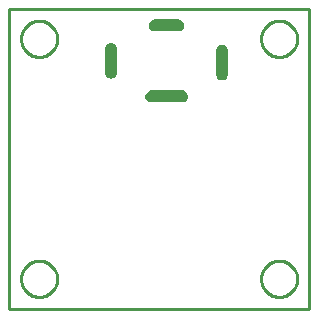
<source format=gko>
G04 EAGLE Gerber RS-274X export*
G75*
%MOMM*%
%FSLAX34Y34*%
%LPD*%
%IN*%
%IPPOS*%
%AMOC8*
5,1,8,0,0,1.08239X$1,22.5*%
G01*
%ADD10C,0.203200*%
%ADD11C,0.000000*%
%ADD12C,0.254000*%

G36*
X146353Y174983D02*
X146353Y174983D01*
X146356Y174981D01*
X147468Y175106D01*
X147474Y175112D01*
X147479Y175109D01*
X148536Y175479D01*
X148540Y175486D01*
X148546Y175483D01*
X149494Y176079D01*
X149497Y176087D01*
X149502Y176086D01*
X150294Y176878D01*
X150295Y176886D01*
X150301Y176886D01*
X150897Y177834D01*
X150896Y177843D01*
X150901Y177844D01*
X151271Y178901D01*
X151270Y178905D01*
X151272Y178907D01*
X151270Y178910D01*
X151274Y178912D01*
X151399Y180025D01*
X151395Y180032D01*
X151399Y180036D01*
X151274Y181148D01*
X151268Y181154D01*
X151271Y181159D01*
X150901Y182216D01*
X150895Y182220D01*
X150897Y182226D01*
X150301Y183174D01*
X150293Y183177D01*
X150294Y183182D01*
X149502Y183974D01*
X149494Y183975D01*
X149494Y183981D01*
X148546Y184577D01*
X148537Y184576D01*
X148536Y184581D01*
X147479Y184951D01*
X147471Y184949D01*
X147468Y184954D01*
X146356Y185079D01*
X146352Y185077D01*
X146350Y185079D01*
X120350Y185079D01*
X120347Y185077D01*
X120346Y185077D01*
X120345Y185079D01*
X119232Y184954D01*
X119226Y184948D01*
X119221Y184951D01*
X118164Y184581D01*
X118160Y184575D01*
X118154Y184577D01*
X117206Y183981D01*
X117203Y183973D01*
X117198Y183974D01*
X116406Y183182D01*
X116405Y183174D01*
X116399Y183174D01*
X115803Y182226D01*
X115804Y182217D01*
X115799Y182216D01*
X115429Y181159D01*
X115431Y181153D01*
X115427Y181150D01*
X115428Y181149D01*
X115426Y181148D01*
X115301Y180036D01*
X115305Y180028D01*
X115301Y180025D01*
X115426Y178912D01*
X115432Y178906D01*
X115429Y178901D01*
X115799Y177844D01*
X115806Y177840D01*
X115803Y177834D01*
X116399Y176886D01*
X116407Y176883D01*
X116406Y176878D01*
X117198Y176086D01*
X117206Y176085D01*
X117206Y176079D01*
X118154Y175483D01*
X118163Y175484D01*
X118164Y175479D01*
X119221Y175109D01*
X119229Y175111D01*
X119232Y175106D01*
X120345Y174981D01*
X120348Y174983D01*
X120350Y174981D01*
X146350Y174981D01*
X146353Y174983D01*
G37*
G36*
X143353Y234983D02*
X143353Y234983D01*
X143356Y234981D01*
X144468Y235106D01*
X144474Y235112D01*
X144479Y235109D01*
X145536Y235479D01*
X145540Y235486D01*
X145546Y235483D01*
X146494Y236079D01*
X146497Y236087D01*
X146502Y236086D01*
X147294Y236878D01*
X147295Y236886D01*
X147301Y236886D01*
X147897Y237834D01*
X147896Y237843D01*
X147901Y237844D01*
X148271Y238901D01*
X148270Y238905D01*
X148272Y238907D01*
X148270Y238910D01*
X148274Y238912D01*
X148399Y240025D01*
X148395Y240032D01*
X148399Y240036D01*
X148274Y241148D01*
X148268Y241154D01*
X148271Y241159D01*
X147901Y242216D01*
X147895Y242220D01*
X147897Y242226D01*
X147301Y243174D01*
X147293Y243177D01*
X147294Y243182D01*
X146502Y243974D01*
X146494Y243975D01*
X146494Y243981D01*
X145546Y244577D01*
X145537Y244576D01*
X145536Y244581D01*
X144479Y244951D01*
X144471Y244949D01*
X144468Y244954D01*
X143356Y245079D01*
X143352Y245077D01*
X143350Y245079D01*
X123350Y245079D01*
X123347Y245077D01*
X123346Y245077D01*
X123345Y245079D01*
X122232Y244954D01*
X122226Y244948D01*
X122221Y244951D01*
X121164Y244581D01*
X121160Y244575D01*
X121154Y244577D01*
X120206Y243981D01*
X120203Y243973D01*
X120198Y243974D01*
X119406Y243182D01*
X119405Y243174D01*
X119399Y243174D01*
X118803Y242226D01*
X118804Y242217D01*
X118799Y242216D01*
X118429Y241159D01*
X118431Y241153D01*
X118427Y241150D01*
X118428Y241149D01*
X118426Y241148D01*
X118301Y240036D01*
X118305Y240028D01*
X118301Y240025D01*
X118426Y238912D01*
X118432Y238906D01*
X118429Y238901D01*
X118799Y237844D01*
X118806Y237840D01*
X118803Y237834D01*
X119399Y236886D01*
X119407Y236883D01*
X119406Y236878D01*
X120198Y236086D01*
X120206Y236085D01*
X120206Y236079D01*
X121154Y235483D01*
X121163Y235484D01*
X121164Y235479D01*
X122221Y235109D01*
X122229Y235111D01*
X122232Y235106D01*
X123345Y234981D01*
X123348Y234983D01*
X123350Y234981D01*
X143350Y234981D01*
X143353Y234983D01*
G37*
G36*
X87468Y195106D02*
X87468Y195106D01*
X87474Y195112D01*
X87479Y195109D01*
X88536Y195479D01*
X88540Y195486D01*
X88546Y195483D01*
X89494Y196079D01*
X89497Y196087D01*
X89502Y196086D01*
X90294Y196878D01*
X90295Y196886D01*
X90301Y196886D01*
X90897Y197834D01*
X90896Y197843D01*
X90901Y197844D01*
X91271Y198901D01*
X91270Y198905D01*
X91272Y198907D01*
X91270Y198910D01*
X91274Y198912D01*
X91399Y200025D01*
X91397Y200028D01*
X91399Y200030D01*
X91399Y220030D01*
X91397Y220033D01*
X91399Y220036D01*
X91274Y221148D01*
X91268Y221154D01*
X91271Y221159D01*
X90901Y222216D01*
X90895Y222220D01*
X90897Y222226D01*
X90301Y223174D01*
X90293Y223177D01*
X90294Y223182D01*
X89502Y223974D01*
X89494Y223975D01*
X89494Y223981D01*
X88546Y224577D01*
X88537Y224576D01*
X88536Y224581D01*
X87479Y224951D01*
X87471Y224949D01*
X87468Y224954D01*
X86356Y225079D01*
X86348Y225075D01*
X86345Y225079D01*
X85232Y224954D01*
X85226Y224948D01*
X85221Y224951D01*
X84164Y224581D01*
X84160Y224575D01*
X84154Y224577D01*
X83206Y223981D01*
X83203Y223973D01*
X83198Y223974D01*
X82406Y223182D01*
X82405Y223174D01*
X82399Y223174D01*
X81803Y222226D01*
X81804Y222217D01*
X81799Y222216D01*
X81429Y221159D01*
X81431Y221151D01*
X81426Y221148D01*
X81301Y220036D01*
X81303Y220032D01*
X81301Y220030D01*
X81301Y200030D01*
X81303Y200027D01*
X81301Y200025D01*
X81426Y198912D01*
X81432Y198906D01*
X81429Y198901D01*
X81799Y197844D01*
X81806Y197840D01*
X81803Y197834D01*
X82399Y196886D01*
X82407Y196883D01*
X82406Y196878D01*
X83198Y196086D01*
X83206Y196085D01*
X83206Y196079D01*
X84154Y195483D01*
X84163Y195484D01*
X84164Y195479D01*
X85221Y195109D01*
X85229Y195111D01*
X85232Y195106D01*
X86345Y194981D01*
X86352Y194985D01*
X86356Y194981D01*
X87468Y195106D01*
G37*
G36*
X181448Y193836D02*
X181448Y193836D01*
X181454Y193842D01*
X181459Y193839D01*
X182516Y194209D01*
X182520Y194216D01*
X182526Y194213D01*
X183474Y194809D01*
X183477Y194817D01*
X183482Y194816D01*
X184274Y195608D01*
X184275Y195616D01*
X184281Y195616D01*
X184877Y196564D01*
X184876Y196573D01*
X184881Y196574D01*
X185251Y197631D01*
X185250Y197635D01*
X185252Y197637D01*
X185250Y197640D01*
X185254Y197642D01*
X185379Y198755D01*
X185377Y198758D01*
X185379Y198760D01*
X185379Y218760D01*
X185377Y218763D01*
X185379Y218766D01*
X185254Y219878D01*
X185248Y219884D01*
X185251Y219889D01*
X184881Y220946D01*
X184875Y220950D01*
X184877Y220956D01*
X184281Y221904D01*
X184273Y221907D01*
X184274Y221912D01*
X183482Y222704D01*
X183474Y222705D01*
X183474Y222711D01*
X182526Y223307D01*
X182517Y223306D01*
X182516Y223311D01*
X181459Y223681D01*
X181451Y223679D01*
X181448Y223684D01*
X180336Y223809D01*
X180328Y223805D01*
X180325Y223809D01*
X179212Y223684D01*
X179206Y223678D01*
X179201Y223681D01*
X178144Y223311D01*
X178140Y223305D01*
X178134Y223307D01*
X177186Y222711D01*
X177183Y222703D01*
X177178Y222704D01*
X176386Y221912D01*
X176385Y221904D01*
X176379Y221904D01*
X175783Y220956D01*
X175784Y220947D01*
X175779Y220946D01*
X175409Y219889D01*
X175411Y219881D01*
X175406Y219878D01*
X175281Y218766D01*
X175283Y218762D01*
X175281Y218760D01*
X175281Y198760D01*
X175283Y198757D01*
X175281Y198755D01*
X175406Y197642D01*
X175412Y197636D01*
X175409Y197631D01*
X175779Y196574D01*
X175786Y196570D01*
X175783Y196564D01*
X176379Y195616D01*
X176387Y195613D01*
X176386Y195608D01*
X177178Y194816D01*
X177186Y194815D01*
X177186Y194809D01*
X178134Y194213D01*
X178143Y194214D01*
X178144Y194209D01*
X179201Y193839D01*
X179209Y193841D01*
X179212Y193836D01*
X180325Y193711D01*
X180332Y193715D01*
X180336Y193711D01*
X181448Y193836D01*
G37*
D10*
X0Y0D02*
X0Y254000D01*
X254000Y254000D01*
X254000Y0D01*
X0Y0D01*
D11*
X10160Y228600D02*
X10165Y228974D01*
X10178Y229348D01*
X10201Y229721D01*
X10233Y230094D01*
X10275Y230466D01*
X10325Y230836D01*
X10384Y231205D01*
X10453Y231573D01*
X10530Y231939D01*
X10617Y232303D01*
X10712Y232665D01*
X10816Y233024D01*
X10929Y233381D01*
X11051Y233734D01*
X11181Y234085D01*
X11320Y234432D01*
X11467Y234776D01*
X11623Y235116D01*
X11787Y235452D01*
X11960Y235784D01*
X12140Y236112D01*
X12328Y236435D01*
X12524Y236753D01*
X12728Y237067D01*
X12940Y237375D01*
X13159Y237678D01*
X13386Y237976D01*
X13619Y238268D01*
X13860Y238554D01*
X14108Y238835D01*
X14362Y239109D01*
X14624Y239376D01*
X14891Y239638D01*
X15165Y239892D01*
X15446Y240140D01*
X15732Y240381D01*
X16024Y240614D01*
X16322Y240841D01*
X16625Y241060D01*
X16933Y241272D01*
X17247Y241476D01*
X17565Y241672D01*
X17888Y241860D01*
X18216Y242040D01*
X18548Y242213D01*
X18884Y242377D01*
X19224Y242533D01*
X19568Y242680D01*
X19915Y242819D01*
X20266Y242949D01*
X20619Y243071D01*
X20976Y243184D01*
X21335Y243288D01*
X21697Y243383D01*
X22061Y243470D01*
X22427Y243547D01*
X22795Y243616D01*
X23164Y243675D01*
X23534Y243725D01*
X23906Y243767D01*
X24279Y243799D01*
X24652Y243822D01*
X25026Y243835D01*
X25400Y243840D01*
X25774Y243835D01*
X26148Y243822D01*
X26521Y243799D01*
X26894Y243767D01*
X27266Y243725D01*
X27636Y243675D01*
X28005Y243616D01*
X28373Y243547D01*
X28739Y243470D01*
X29103Y243383D01*
X29465Y243288D01*
X29824Y243184D01*
X30181Y243071D01*
X30534Y242949D01*
X30885Y242819D01*
X31232Y242680D01*
X31576Y242533D01*
X31916Y242377D01*
X32252Y242213D01*
X32584Y242040D01*
X32912Y241860D01*
X33235Y241672D01*
X33553Y241476D01*
X33867Y241272D01*
X34175Y241060D01*
X34478Y240841D01*
X34776Y240614D01*
X35068Y240381D01*
X35354Y240140D01*
X35635Y239892D01*
X35909Y239638D01*
X36176Y239376D01*
X36438Y239109D01*
X36692Y238835D01*
X36940Y238554D01*
X37181Y238268D01*
X37414Y237976D01*
X37641Y237678D01*
X37860Y237375D01*
X38072Y237067D01*
X38276Y236753D01*
X38472Y236435D01*
X38660Y236112D01*
X38840Y235784D01*
X39013Y235452D01*
X39177Y235116D01*
X39333Y234776D01*
X39480Y234432D01*
X39619Y234085D01*
X39749Y233734D01*
X39871Y233381D01*
X39984Y233024D01*
X40088Y232665D01*
X40183Y232303D01*
X40270Y231939D01*
X40347Y231573D01*
X40416Y231205D01*
X40475Y230836D01*
X40525Y230466D01*
X40567Y230094D01*
X40599Y229721D01*
X40622Y229348D01*
X40635Y228974D01*
X40640Y228600D01*
X40635Y228226D01*
X40622Y227852D01*
X40599Y227479D01*
X40567Y227106D01*
X40525Y226734D01*
X40475Y226364D01*
X40416Y225995D01*
X40347Y225627D01*
X40270Y225261D01*
X40183Y224897D01*
X40088Y224535D01*
X39984Y224176D01*
X39871Y223819D01*
X39749Y223466D01*
X39619Y223115D01*
X39480Y222768D01*
X39333Y222424D01*
X39177Y222084D01*
X39013Y221748D01*
X38840Y221416D01*
X38660Y221088D01*
X38472Y220765D01*
X38276Y220447D01*
X38072Y220133D01*
X37860Y219825D01*
X37641Y219522D01*
X37414Y219224D01*
X37181Y218932D01*
X36940Y218646D01*
X36692Y218365D01*
X36438Y218091D01*
X36176Y217824D01*
X35909Y217562D01*
X35635Y217308D01*
X35354Y217060D01*
X35068Y216819D01*
X34776Y216586D01*
X34478Y216359D01*
X34175Y216140D01*
X33867Y215928D01*
X33553Y215724D01*
X33235Y215528D01*
X32912Y215340D01*
X32584Y215160D01*
X32252Y214987D01*
X31916Y214823D01*
X31576Y214667D01*
X31232Y214520D01*
X30885Y214381D01*
X30534Y214251D01*
X30181Y214129D01*
X29824Y214016D01*
X29465Y213912D01*
X29103Y213817D01*
X28739Y213730D01*
X28373Y213653D01*
X28005Y213584D01*
X27636Y213525D01*
X27266Y213475D01*
X26894Y213433D01*
X26521Y213401D01*
X26148Y213378D01*
X25774Y213365D01*
X25400Y213360D01*
X25026Y213365D01*
X24652Y213378D01*
X24279Y213401D01*
X23906Y213433D01*
X23534Y213475D01*
X23164Y213525D01*
X22795Y213584D01*
X22427Y213653D01*
X22061Y213730D01*
X21697Y213817D01*
X21335Y213912D01*
X20976Y214016D01*
X20619Y214129D01*
X20266Y214251D01*
X19915Y214381D01*
X19568Y214520D01*
X19224Y214667D01*
X18884Y214823D01*
X18548Y214987D01*
X18216Y215160D01*
X17888Y215340D01*
X17565Y215528D01*
X17247Y215724D01*
X16933Y215928D01*
X16625Y216140D01*
X16322Y216359D01*
X16024Y216586D01*
X15732Y216819D01*
X15446Y217060D01*
X15165Y217308D01*
X14891Y217562D01*
X14624Y217824D01*
X14362Y218091D01*
X14108Y218365D01*
X13860Y218646D01*
X13619Y218932D01*
X13386Y219224D01*
X13159Y219522D01*
X12940Y219825D01*
X12728Y220133D01*
X12524Y220447D01*
X12328Y220765D01*
X12140Y221088D01*
X11960Y221416D01*
X11787Y221748D01*
X11623Y222084D01*
X11467Y222424D01*
X11320Y222768D01*
X11181Y223115D01*
X11051Y223466D01*
X10929Y223819D01*
X10816Y224176D01*
X10712Y224535D01*
X10617Y224897D01*
X10530Y225261D01*
X10453Y225627D01*
X10384Y225995D01*
X10325Y226364D01*
X10275Y226734D01*
X10233Y227106D01*
X10201Y227479D01*
X10178Y227852D01*
X10165Y228226D01*
X10160Y228600D01*
X10160Y25400D02*
X10165Y25774D01*
X10178Y26148D01*
X10201Y26521D01*
X10233Y26894D01*
X10275Y27266D01*
X10325Y27636D01*
X10384Y28005D01*
X10453Y28373D01*
X10530Y28739D01*
X10617Y29103D01*
X10712Y29465D01*
X10816Y29824D01*
X10929Y30181D01*
X11051Y30534D01*
X11181Y30885D01*
X11320Y31232D01*
X11467Y31576D01*
X11623Y31916D01*
X11787Y32252D01*
X11960Y32584D01*
X12140Y32912D01*
X12328Y33235D01*
X12524Y33553D01*
X12728Y33867D01*
X12940Y34175D01*
X13159Y34478D01*
X13386Y34776D01*
X13619Y35068D01*
X13860Y35354D01*
X14108Y35635D01*
X14362Y35909D01*
X14624Y36176D01*
X14891Y36438D01*
X15165Y36692D01*
X15446Y36940D01*
X15732Y37181D01*
X16024Y37414D01*
X16322Y37641D01*
X16625Y37860D01*
X16933Y38072D01*
X17247Y38276D01*
X17565Y38472D01*
X17888Y38660D01*
X18216Y38840D01*
X18548Y39013D01*
X18884Y39177D01*
X19224Y39333D01*
X19568Y39480D01*
X19915Y39619D01*
X20266Y39749D01*
X20619Y39871D01*
X20976Y39984D01*
X21335Y40088D01*
X21697Y40183D01*
X22061Y40270D01*
X22427Y40347D01*
X22795Y40416D01*
X23164Y40475D01*
X23534Y40525D01*
X23906Y40567D01*
X24279Y40599D01*
X24652Y40622D01*
X25026Y40635D01*
X25400Y40640D01*
X25774Y40635D01*
X26148Y40622D01*
X26521Y40599D01*
X26894Y40567D01*
X27266Y40525D01*
X27636Y40475D01*
X28005Y40416D01*
X28373Y40347D01*
X28739Y40270D01*
X29103Y40183D01*
X29465Y40088D01*
X29824Y39984D01*
X30181Y39871D01*
X30534Y39749D01*
X30885Y39619D01*
X31232Y39480D01*
X31576Y39333D01*
X31916Y39177D01*
X32252Y39013D01*
X32584Y38840D01*
X32912Y38660D01*
X33235Y38472D01*
X33553Y38276D01*
X33867Y38072D01*
X34175Y37860D01*
X34478Y37641D01*
X34776Y37414D01*
X35068Y37181D01*
X35354Y36940D01*
X35635Y36692D01*
X35909Y36438D01*
X36176Y36176D01*
X36438Y35909D01*
X36692Y35635D01*
X36940Y35354D01*
X37181Y35068D01*
X37414Y34776D01*
X37641Y34478D01*
X37860Y34175D01*
X38072Y33867D01*
X38276Y33553D01*
X38472Y33235D01*
X38660Y32912D01*
X38840Y32584D01*
X39013Y32252D01*
X39177Y31916D01*
X39333Y31576D01*
X39480Y31232D01*
X39619Y30885D01*
X39749Y30534D01*
X39871Y30181D01*
X39984Y29824D01*
X40088Y29465D01*
X40183Y29103D01*
X40270Y28739D01*
X40347Y28373D01*
X40416Y28005D01*
X40475Y27636D01*
X40525Y27266D01*
X40567Y26894D01*
X40599Y26521D01*
X40622Y26148D01*
X40635Y25774D01*
X40640Y25400D01*
X40635Y25026D01*
X40622Y24652D01*
X40599Y24279D01*
X40567Y23906D01*
X40525Y23534D01*
X40475Y23164D01*
X40416Y22795D01*
X40347Y22427D01*
X40270Y22061D01*
X40183Y21697D01*
X40088Y21335D01*
X39984Y20976D01*
X39871Y20619D01*
X39749Y20266D01*
X39619Y19915D01*
X39480Y19568D01*
X39333Y19224D01*
X39177Y18884D01*
X39013Y18548D01*
X38840Y18216D01*
X38660Y17888D01*
X38472Y17565D01*
X38276Y17247D01*
X38072Y16933D01*
X37860Y16625D01*
X37641Y16322D01*
X37414Y16024D01*
X37181Y15732D01*
X36940Y15446D01*
X36692Y15165D01*
X36438Y14891D01*
X36176Y14624D01*
X35909Y14362D01*
X35635Y14108D01*
X35354Y13860D01*
X35068Y13619D01*
X34776Y13386D01*
X34478Y13159D01*
X34175Y12940D01*
X33867Y12728D01*
X33553Y12524D01*
X33235Y12328D01*
X32912Y12140D01*
X32584Y11960D01*
X32252Y11787D01*
X31916Y11623D01*
X31576Y11467D01*
X31232Y11320D01*
X30885Y11181D01*
X30534Y11051D01*
X30181Y10929D01*
X29824Y10816D01*
X29465Y10712D01*
X29103Y10617D01*
X28739Y10530D01*
X28373Y10453D01*
X28005Y10384D01*
X27636Y10325D01*
X27266Y10275D01*
X26894Y10233D01*
X26521Y10201D01*
X26148Y10178D01*
X25774Y10165D01*
X25400Y10160D01*
X25026Y10165D01*
X24652Y10178D01*
X24279Y10201D01*
X23906Y10233D01*
X23534Y10275D01*
X23164Y10325D01*
X22795Y10384D01*
X22427Y10453D01*
X22061Y10530D01*
X21697Y10617D01*
X21335Y10712D01*
X20976Y10816D01*
X20619Y10929D01*
X20266Y11051D01*
X19915Y11181D01*
X19568Y11320D01*
X19224Y11467D01*
X18884Y11623D01*
X18548Y11787D01*
X18216Y11960D01*
X17888Y12140D01*
X17565Y12328D01*
X17247Y12524D01*
X16933Y12728D01*
X16625Y12940D01*
X16322Y13159D01*
X16024Y13386D01*
X15732Y13619D01*
X15446Y13860D01*
X15165Y14108D01*
X14891Y14362D01*
X14624Y14624D01*
X14362Y14891D01*
X14108Y15165D01*
X13860Y15446D01*
X13619Y15732D01*
X13386Y16024D01*
X13159Y16322D01*
X12940Y16625D01*
X12728Y16933D01*
X12524Y17247D01*
X12328Y17565D01*
X12140Y17888D01*
X11960Y18216D01*
X11787Y18548D01*
X11623Y18884D01*
X11467Y19224D01*
X11320Y19568D01*
X11181Y19915D01*
X11051Y20266D01*
X10929Y20619D01*
X10816Y20976D01*
X10712Y21335D01*
X10617Y21697D01*
X10530Y22061D01*
X10453Y22427D01*
X10384Y22795D01*
X10325Y23164D01*
X10275Y23534D01*
X10233Y23906D01*
X10201Y24279D01*
X10178Y24652D01*
X10165Y25026D01*
X10160Y25400D01*
X213360Y228600D02*
X213365Y228974D01*
X213378Y229348D01*
X213401Y229721D01*
X213433Y230094D01*
X213475Y230466D01*
X213525Y230836D01*
X213584Y231205D01*
X213653Y231573D01*
X213730Y231939D01*
X213817Y232303D01*
X213912Y232665D01*
X214016Y233024D01*
X214129Y233381D01*
X214251Y233734D01*
X214381Y234085D01*
X214520Y234432D01*
X214667Y234776D01*
X214823Y235116D01*
X214987Y235452D01*
X215160Y235784D01*
X215340Y236112D01*
X215528Y236435D01*
X215724Y236753D01*
X215928Y237067D01*
X216140Y237375D01*
X216359Y237678D01*
X216586Y237976D01*
X216819Y238268D01*
X217060Y238554D01*
X217308Y238835D01*
X217562Y239109D01*
X217824Y239376D01*
X218091Y239638D01*
X218365Y239892D01*
X218646Y240140D01*
X218932Y240381D01*
X219224Y240614D01*
X219522Y240841D01*
X219825Y241060D01*
X220133Y241272D01*
X220447Y241476D01*
X220765Y241672D01*
X221088Y241860D01*
X221416Y242040D01*
X221748Y242213D01*
X222084Y242377D01*
X222424Y242533D01*
X222768Y242680D01*
X223115Y242819D01*
X223466Y242949D01*
X223819Y243071D01*
X224176Y243184D01*
X224535Y243288D01*
X224897Y243383D01*
X225261Y243470D01*
X225627Y243547D01*
X225995Y243616D01*
X226364Y243675D01*
X226734Y243725D01*
X227106Y243767D01*
X227479Y243799D01*
X227852Y243822D01*
X228226Y243835D01*
X228600Y243840D01*
X228974Y243835D01*
X229348Y243822D01*
X229721Y243799D01*
X230094Y243767D01*
X230466Y243725D01*
X230836Y243675D01*
X231205Y243616D01*
X231573Y243547D01*
X231939Y243470D01*
X232303Y243383D01*
X232665Y243288D01*
X233024Y243184D01*
X233381Y243071D01*
X233734Y242949D01*
X234085Y242819D01*
X234432Y242680D01*
X234776Y242533D01*
X235116Y242377D01*
X235452Y242213D01*
X235784Y242040D01*
X236112Y241860D01*
X236435Y241672D01*
X236753Y241476D01*
X237067Y241272D01*
X237375Y241060D01*
X237678Y240841D01*
X237976Y240614D01*
X238268Y240381D01*
X238554Y240140D01*
X238835Y239892D01*
X239109Y239638D01*
X239376Y239376D01*
X239638Y239109D01*
X239892Y238835D01*
X240140Y238554D01*
X240381Y238268D01*
X240614Y237976D01*
X240841Y237678D01*
X241060Y237375D01*
X241272Y237067D01*
X241476Y236753D01*
X241672Y236435D01*
X241860Y236112D01*
X242040Y235784D01*
X242213Y235452D01*
X242377Y235116D01*
X242533Y234776D01*
X242680Y234432D01*
X242819Y234085D01*
X242949Y233734D01*
X243071Y233381D01*
X243184Y233024D01*
X243288Y232665D01*
X243383Y232303D01*
X243470Y231939D01*
X243547Y231573D01*
X243616Y231205D01*
X243675Y230836D01*
X243725Y230466D01*
X243767Y230094D01*
X243799Y229721D01*
X243822Y229348D01*
X243835Y228974D01*
X243840Y228600D01*
X243835Y228226D01*
X243822Y227852D01*
X243799Y227479D01*
X243767Y227106D01*
X243725Y226734D01*
X243675Y226364D01*
X243616Y225995D01*
X243547Y225627D01*
X243470Y225261D01*
X243383Y224897D01*
X243288Y224535D01*
X243184Y224176D01*
X243071Y223819D01*
X242949Y223466D01*
X242819Y223115D01*
X242680Y222768D01*
X242533Y222424D01*
X242377Y222084D01*
X242213Y221748D01*
X242040Y221416D01*
X241860Y221088D01*
X241672Y220765D01*
X241476Y220447D01*
X241272Y220133D01*
X241060Y219825D01*
X240841Y219522D01*
X240614Y219224D01*
X240381Y218932D01*
X240140Y218646D01*
X239892Y218365D01*
X239638Y218091D01*
X239376Y217824D01*
X239109Y217562D01*
X238835Y217308D01*
X238554Y217060D01*
X238268Y216819D01*
X237976Y216586D01*
X237678Y216359D01*
X237375Y216140D01*
X237067Y215928D01*
X236753Y215724D01*
X236435Y215528D01*
X236112Y215340D01*
X235784Y215160D01*
X235452Y214987D01*
X235116Y214823D01*
X234776Y214667D01*
X234432Y214520D01*
X234085Y214381D01*
X233734Y214251D01*
X233381Y214129D01*
X233024Y214016D01*
X232665Y213912D01*
X232303Y213817D01*
X231939Y213730D01*
X231573Y213653D01*
X231205Y213584D01*
X230836Y213525D01*
X230466Y213475D01*
X230094Y213433D01*
X229721Y213401D01*
X229348Y213378D01*
X228974Y213365D01*
X228600Y213360D01*
X228226Y213365D01*
X227852Y213378D01*
X227479Y213401D01*
X227106Y213433D01*
X226734Y213475D01*
X226364Y213525D01*
X225995Y213584D01*
X225627Y213653D01*
X225261Y213730D01*
X224897Y213817D01*
X224535Y213912D01*
X224176Y214016D01*
X223819Y214129D01*
X223466Y214251D01*
X223115Y214381D01*
X222768Y214520D01*
X222424Y214667D01*
X222084Y214823D01*
X221748Y214987D01*
X221416Y215160D01*
X221088Y215340D01*
X220765Y215528D01*
X220447Y215724D01*
X220133Y215928D01*
X219825Y216140D01*
X219522Y216359D01*
X219224Y216586D01*
X218932Y216819D01*
X218646Y217060D01*
X218365Y217308D01*
X218091Y217562D01*
X217824Y217824D01*
X217562Y218091D01*
X217308Y218365D01*
X217060Y218646D01*
X216819Y218932D01*
X216586Y219224D01*
X216359Y219522D01*
X216140Y219825D01*
X215928Y220133D01*
X215724Y220447D01*
X215528Y220765D01*
X215340Y221088D01*
X215160Y221416D01*
X214987Y221748D01*
X214823Y222084D01*
X214667Y222424D01*
X214520Y222768D01*
X214381Y223115D01*
X214251Y223466D01*
X214129Y223819D01*
X214016Y224176D01*
X213912Y224535D01*
X213817Y224897D01*
X213730Y225261D01*
X213653Y225627D01*
X213584Y225995D01*
X213525Y226364D01*
X213475Y226734D01*
X213433Y227106D01*
X213401Y227479D01*
X213378Y227852D01*
X213365Y228226D01*
X213360Y228600D01*
X213360Y25400D02*
X213365Y25774D01*
X213378Y26148D01*
X213401Y26521D01*
X213433Y26894D01*
X213475Y27266D01*
X213525Y27636D01*
X213584Y28005D01*
X213653Y28373D01*
X213730Y28739D01*
X213817Y29103D01*
X213912Y29465D01*
X214016Y29824D01*
X214129Y30181D01*
X214251Y30534D01*
X214381Y30885D01*
X214520Y31232D01*
X214667Y31576D01*
X214823Y31916D01*
X214987Y32252D01*
X215160Y32584D01*
X215340Y32912D01*
X215528Y33235D01*
X215724Y33553D01*
X215928Y33867D01*
X216140Y34175D01*
X216359Y34478D01*
X216586Y34776D01*
X216819Y35068D01*
X217060Y35354D01*
X217308Y35635D01*
X217562Y35909D01*
X217824Y36176D01*
X218091Y36438D01*
X218365Y36692D01*
X218646Y36940D01*
X218932Y37181D01*
X219224Y37414D01*
X219522Y37641D01*
X219825Y37860D01*
X220133Y38072D01*
X220447Y38276D01*
X220765Y38472D01*
X221088Y38660D01*
X221416Y38840D01*
X221748Y39013D01*
X222084Y39177D01*
X222424Y39333D01*
X222768Y39480D01*
X223115Y39619D01*
X223466Y39749D01*
X223819Y39871D01*
X224176Y39984D01*
X224535Y40088D01*
X224897Y40183D01*
X225261Y40270D01*
X225627Y40347D01*
X225995Y40416D01*
X226364Y40475D01*
X226734Y40525D01*
X227106Y40567D01*
X227479Y40599D01*
X227852Y40622D01*
X228226Y40635D01*
X228600Y40640D01*
X228974Y40635D01*
X229348Y40622D01*
X229721Y40599D01*
X230094Y40567D01*
X230466Y40525D01*
X230836Y40475D01*
X231205Y40416D01*
X231573Y40347D01*
X231939Y40270D01*
X232303Y40183D01*
X232665Y40088D01*
X233024Y39984D01*
X233381Y39871D01*
X233734Y39749D01*
X234085Y39619D01*
X234432Y39480D01*
X234776Y39333D01*
X235116Y39177D01*
X235452Y39013D01*
X235784Y38840D01*
X236112Y38660D01*
X236435Y38472D01*
X236753Y38276D01*
X237067Y38072D01*
X237375Y37860D01*
X237678Y37641D01*
X237976Y37414D01*
X238268Y37181D01*
X238554Y36940D01*
X238835Y36692D01*
X239109Y36438D01*
X239376Y36176D01*
X239638Y35909D01*
X239892Y35635D01*
X240140Y35354D01*
X240381Y35068D01*
X240614Y34776D01*
X240841Y34478D01*
X241060Y34175D01*
X241272Y33867D01*
X241476Y33553D01*
X241672Y33235D01*
X241860Y32912D01*
X242040Y32584D01*
X242213Y32252D01*
X242377Y31916D01*
X242533Y31576D01*
X242680Y31232D01*
X242819Y30885D01*
X242949Y30534D01*
X243071Y30181D01*
X243184Y29824D01*
X243288Y29465D01*
X243383Y29103D01*
X243470Y28739D01*
X243547Y28373D01*
X243616Y28005D01*
X243675Y27636D01*
X243725Y27266D01*
X243767Y26894D01*
X243799Y26521D01*
X243822Y26148D01*
X243835Y25774D01*
X243840Y25400D01*
X243835Y25026D01*
X243822Y24652D01*
X243799Y24279D01*
X243767Y23906D01*
X243725Y23534D01*
X243675Y23164D01*
X243616Y22795D01*
X243547Y22427D01*
X243470Y22061D01*
X243383Y21697D01*
X243288Y21335D01*
X243184Y20976D01*
X243071Y20619D01*
X242949Y20266D01*
X242819Y19915D01*
X242680Y19568D01*
X242533Y19224D01*
X242377Y18884D01*
X242213Y18548D01*
X242040Y18216D01*
X241860Y17888D01*
X241672Y17565D01*
X241476Y17247D01*
X241272Y16933D01*
X241060Y16625D01*
X240841Y16322D01*
X240614Y16024D01*
X240381Y15732D01*
X240140Y15446D01*
X239892Y15165D01*
X239638Y14891D01*
X239376Y14624D01*
X239109Y14362D01*
X238835Y14108D01*
X238554Y13860D01*
X238268Y13619D01*
X237976Y13386D01*
X237678Y13159D01*
X237375Y12940D01*
X237067Y12728D01*
X236753Y12524D01*
X236435Y12328D01*
X236112Y12140D01*
X235784Y11960D01*
X235452Y11787D01*
X235116Y11623D01*
X234776Y11467D01*
X234432Y11320D01*
X234085Y11181D01*
X233734Y11051D01*
X233381Y10929D01*
X233024Y10816D01*
X232665Y10712D01*
X232303Y10617D01*
X231939Y10530D01*
X231573Y10453D01*
X231205Y10384D01*
X230836Y10325D01*
X230466Y10275D01*
X230094Y10233D01*
X229721Y10201D01*
X229348Y10178D01*
X228974Y10165D01*
X228600Y10160D01*
X228226Y10165D01*
X227852Y10178D01*
X227479Y10201D01*
X227106Y10233D01*
X226734Y10275D01*
X226364Y10325D01*
X225995Y10384D01*
X225627Y10453D01*
X225261Y10530D01*
X224897Y10617D01*
X224535Y10712D01*
X224176Y10816D01*
X223819Y10929D01*
X223466Y11051D01*
X223115Y11181D01*
X222768Y11320D01*
X222424Y11467D01*
X222084Y11623D01*
X221748Y11787D01*
X221416Y11960D01*
X221088Y12140D01*
X220765Y12328D01*
X220447Y12524D01*
X220133Y12728D01*
X219825Y12940D01*
X219522Y13159D01*
X219224Y13386D01*
X218932Y13619D01*
X218646Y13860D01*
X218365Y14108D01*
X218091Y14362D01*
X217824Y14624D01*
X217562Y14891D01*
X217308Y15165D01*
X217060Y15446D01*
X216819Y15732D01*
X216586Y16024D01*
X216359Y16322D01*
X216140Y16625D01*
X215928Y16933D01*
X215724Y17247D01*
X215528Y17565D01*
X215340Y17888D01*
X215160Y18216D01*
X214987Y18548D01*
X214823Y18884D01*
X214667Y19224D01*
X214520Y19568D01*
X214381Y19915D01*
X214251Y20266D01*
X214129Y20619D01*
X214016Y20976D01*
X213912Y21335D01*
X213817Y21697D01*
X213730Y22061D01*
X213653Y22427D01*
X213584Y22795D01*
X213525Y23164D01*
X213475Y23534D01*
X213433Y23906D01*
X213401Y24279D01*
X213378Y24652D01*
X213365Y25026D01*
X213360Y25400D01*
D12*
X0Y0D02*
X254000Y0D01*
X254000Y254000D01*
X0Y254000D01*
X0Y0D01*
X40640Y228056D02*
X40562Y226970D01*
X40407Y225892D01*
X40176Y224829D01*
X39869Y223784D01*
X39489Y222764D01*
X39037Y221774D01*
X38515Y220819D01*
X37926Y219903D01*
X37274Y219031D01*
X36561Y218209D01*
X35791Y217439D01*
X34969Y216726D01*
X34097Y216074D01*
X33181Y215485D01*
X32226Y214963D01*
X31236Y214511D01*
X30216Y214131D01*
X29171Y213824D01*
X28108Y213593D01*
X27030Y213438D01*
X25944Y213360D01*
X24856Y213360D01*
X23770Y213438D01*
X22692Y213593D01*
X21629Y213824D01*
X20584Y214131D01*
X19564Y214511D01*
X18574Y214963D01*
X17619Y215485D01*
X16703Y216074D01*
X15831Y216726D01*
X15009Y217439D01*
X14239Y218209D01*
X13526Y219031D01*
X12874Y219903D01*
X12285Y220819D01*
X11763Y221774D01*
X11311Y222764D01*
X10931Y223784D01*
X10624Y224829D01*
X10393Y225892D01*
X10238Y226970D01*
X10160Y228056D01*
X10160Y229144D01*
X10238Y230230D01*
X10393Y231308D01*
X10624Y232371D01*
X10931Y233416D01*
X11311Y234436D01*
X11763Y235426D01*
X12285Y236381D01*
X12874Y237297D01*
X13526Y238169D01*
X14239Y238991D01*
X15009Y239761D01*
X15831Y240474D01*
X16703Y241126D01*
X17619Y241715D01*
X18574Y242237D01*
X19564Y242689D01*
X20584Y243069D01*
X21629Y243376D01*
X22692Y243607D01*
X23770Y243762D01*
X24856Y243840D01*
X25944Y243840D01*
X27030Y243762D01*
X28108Y243607D01*
X29171Y243376D01*
X30216Y243069D01*
X31236Y242689D01*
X32226Y242237D01*
X33181Y241715D01*
X34097Y241126D01*
X34969Y240474D01*
X35791Y239761D01*
X36561Y238991D01*
X37274Y238169D01*
X37926Y237297D01*
X38515Y236381D01*
X39037Y235426D01*
X39489Y234436D01*
X39869Y233416D01*
X40176Y232371D01*
X40407Y231308D01*
X40562Y230230D01*
X40640Y229144D01*
X40640Y228056D01*
X40640Y24856D02*
X40562Y23770D01*
X40407Y22692D01*
X40176Y21629D01*
X39869Y20584D01*
X39489Y19564D01*
X39037Y18574D01*
X38515Y17619D01*
X37926Y16703D01*
X37274Y15831D01*
X36561Y15009D01*
X35791Y14239D01*
X34969Y13526D01*
X34097Y12874D01*
X33181Y12285D01*
X32226Y11763D01*
X31236Y11311D01*
X30216Y10931D01*
X29171Y10624D01*
X28108Y10393D01*
X27030Y10238D01*
X25944Y10160D01*
X24856Y10160D01*
X23770Y10238D01*
X22692Y10393D01*
X21629Y10624D01*
X20584Y10931D01*
X19564Y11311D01*
X18574Y11763D01*
X17619Y12285D01*
X16703Y12874D01*
X15831Y13526D01*
X15009Y14239D01*
X14239Y15009D01*
X13526Y15831D01*
X12874Y16703D01*
X12285Y17619D01*
X11763Y18574D01*
X11311Y19564D01*
X10931Y20584D01*
X10624Y21629D01*
X10393Y22692D01*
X10238Y23770D01*
X10160Y24856D01*
X10160Y25944D01*
X10238Y27030D01*
X10393Y28108D01*
X10624Y29171D01*
X10931Y30216D01*
X11311Y31236D01*
X11763Y32226D01*
X12285Y33181D01*
X12874Y34097D01*
X13526Y34969D01*
X14239Y35791D01*
X15009Y36561D01*
X15831Y37274D01*
X16703Y37926D01*
X17619Y38515D01*
X18574Y39037D01*
X19564Y39489D01*
X20584Y39869D01*
X21629Y40176D01*
X22692Y40407D01*
X23770Y40562D01*
X24856Y40640D01*
X25944Y40640D01*
X27030Y40562D01*
X28108Y40407D01*
X29171Y40176D01*
X30216Y39869D01*
X31236Y39489D01*
X32226Y39037D01*
X33181Y38515D01*
X34097Y37926D01*
X34969Y37274D01*
X35791Y36561D01*
X36561Y35791D01*
X37274Y34969D01*
X37926Y34097D01*
X38515Y33181D01*
X39037Y32226D01*
X39489Y31236D01*
X39869Y30216D01*
X40176Y29171D01*
X40407Y28108D01*
X40562Y27030D01*
X40640Y25944D01*
X40640Y24856D01*
X243840Y228056D02*
X243762Y226970D01*
X243607Y225892D01*
X243376Y224829D01*
X243069Y223784D01*
X242689Y222764D01*
X242237Y221774D01*
X241715Y220819D01*
X241126Y219903D01*
X240474Y219031D01*
X239761Y218209D01*
X238991Y217439D01*
X238169Y216726D01*
X237297Y216074D01*
X236381Y215485D01*
X235426Y214963D01*
X234436Y214511D01*
X233416Y214131D01*
X232371Y213824D01*
X231308Y213593D01*
X230230Y213438D01*
X229144Y213360D01*
X228056Y213360D01*
X226970Y213438D01*
X225892Y213593D01*
X224829Y213824D01*
X223784Y214131D01*
X222764Y214511D01*
X221774Y214963D01*
X220819Y215485D01*
X219903Y216074D01*
X219031Y216726D01*
X218209Y217439D01*
X217439Y218209D01*
X216726Y219031D01*
X216074Y219903D01*
X215485Y220819D01*
X214963Y221774D01*
X214511Y222764D01*
X214131Y223784D01*
X213824Y224829D01*
X213593Y225892D01*
X213438Y226970D01*
X213360Y228056D01*
X213360Y229144D01*
X213438Y230230D01*
X213593Y231308D01*
X213824Y232371D01*
X214131Y233416D01*
X214511Y234436D01*
X214963Y235426D01*
X215485Y236381D01*
X216074Y237297D01*
X216726Y238169D01*
X217439Y238991D01*
X218209Y239761D01*
X219031Y240474D01*
X219903Y241126D01*
X220819Y241715D01*
X221774Y242237D01*
X222764Y242689D01*
X223784Y243069D01*
X224829Y243376D01*
X225892Y243607D01*
X226970Y243762D01*
X228056Y243840D01*
X229144Y243840D01*
X230230Y243762D01*
X231308Y243607D01*
X232371Y243376D01*
X233416Y243069D01*
X234436Y242689D01*
X235426Y242237D01*
X236381Y241715D01*
X237297Y241126D01*
X238169Y240474D01*
X238991Y239761D01*
X239761Y238991D01*
X240474Y238169D01*
X241126Y237297D01*
X241715Y236381D01*
X242237Y235426D01*
X242689Y234436D01*
X243069Y233416D01*
X243376Y232371D01*
X243607Y231308D01*
X243762Y230230D01*
X243840Y229144D01*
X243840Y228056D01*
X243840Y24856D02*
X243762Y23770D01*
X243607Y22692D01*
X243376Y21629D01*
X243069Y20584D01*
X242689Y19564D01*
X242237Y18574D01*
X241715Y17619D01*
X241126Y16703D01*
X240474Y15831D01*
X239761Y15009D01*
X238991Y14239D01*
X238169Y13526D01*
X237297Y12874D01*
X236381Y12285D01*
X235426Y11763D01*
X234436Y11311D01*
X233416Y10931D01*
X232371Y10624D01*
X231308Y10393D01*
X230230Y10238D01*
X229144Y10160D01*
X228056Y10160D01*
X226970Y10238D01*
X225892Y10393D01*
X224829Y10624D01*
X223784Y10931D01*
X222764Y11311D01*
X221774Y11763D01*
X220819Y12285D01*
X219903Y12874D01*
X219031Y13526D01*
X218209Y14239D01*
X217439Y15009D01*
X216726Y15831D01*
X216074Y16703D01*
X215485Y17619D01*
X214963Y18574D01*
X214511Y19564D01*
X214131Y20584D01*
X213824Y21629D01*
X213593Y22692D01*
X213438Y23770D01*
X213360Y24856D01*
X213360Y25944D01*
X213438Y27030D01*
X213593Y28108D01*
X213824Y29171D01*
X214131Y30216D01*
X214511Y31236D01*
X214963Y32226D01*
X215485Y33181D01*
X216074Y34097D01*
X216726Y34969D01*
X217439Y35791D01*
X218209Y36561D01*
X219031Y37274D01*
X219903Y37926D01*
X220819Y38515D01*
X221774Y39037D01*
X222764Y39489D01*
X223784Y39869D01*
X224829Y40176D01*
X225892Y40407D01*
X226970Y40562D01*
X228056Y40640D01*
X229144Y40640D01*
X230230Y40562D01*
X231308Y40407D01*
X232371Y40176D01*
X233416Y39869D01*
X234436Y39489D01*
X235426Y39037D01*
X236381Y38515D01*
X237297Y37926D01*
X238169Y37274D01*
X238991Y36561D01*
X239761Y35791D01*
X240474Y34969D01*
X241126Y34097D01*
X241715Y33181D01*
X242237Y32226D01*
X242689Y31236D01*
X243069Y30216D01*
X243376Y29171D01*
X243607Y28108D01*
X243762Y27030D01*
X243840Y25944D01*
X243840Y24856D01*
M02*

</source>
